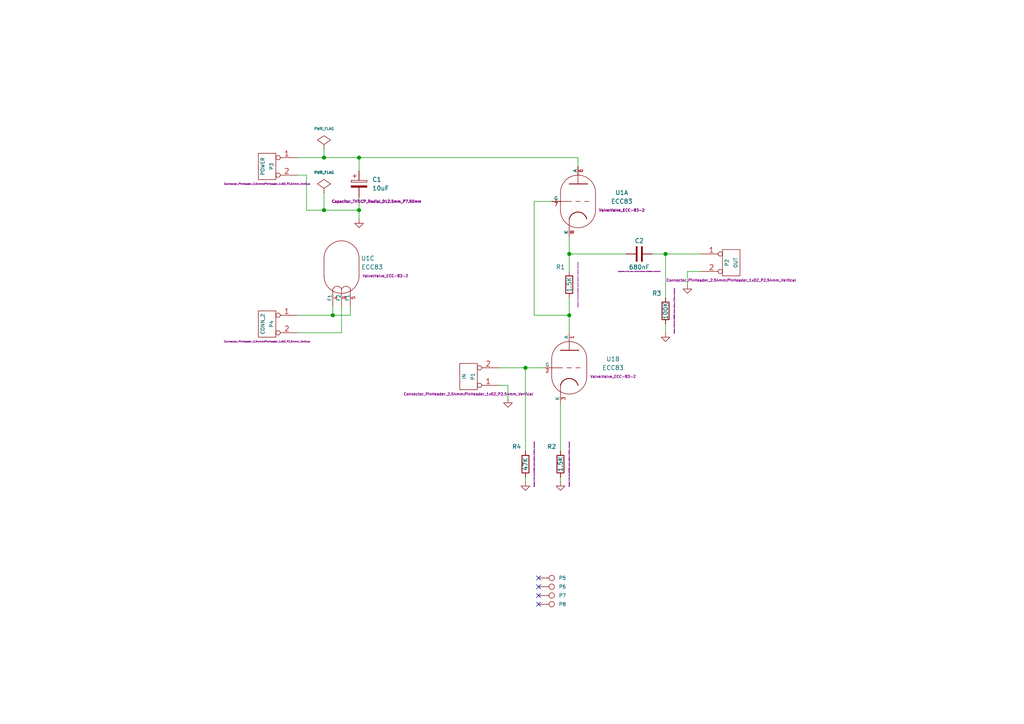
<source format=kicad_sch>
(kicad_sch (version 20211123) (generator eeschema)
  (paper "A4")
  (title_block (title "ECC Push-Pull") (date "Sat 21 Mar 2015") (rev "0.1"))
  (lib_symbols
    (symbol "ecc83_schlib:C" (pin_numbers hide) (pin_names (offset 0.254))
      (property "Reference" "C" (at 0.635 2.54 0))
      (property "Value" "C" (at 0.635 -2.54 0))
      (symbol "C_0_1"
        (polyline (pts (xy -2.032 -0.762) (xy 2.032 -0.762)) (stroke (width 0.508)))
        (polyline (pts (xy -2.032 0.762) (xy 2.032 0.762)) (stroke (width 0.508)))
      )
      (symbol "C_1_1"
        (pin passive line (at 0 3.81 270) (length 2.794) (name "~") (number "1"))
        (pin passive line (at 0 -3.81 90) (length 2.794) (name "~") (number "2"))
      )
    )
    (symbol "ecc83_schlib:CONN_1" (pin_numbers hide) (pin_names (offset 0.762) hide)
      (property "Reference" "P" (at 2.032 0 0))
      (property "Footprint" "MountingHole:MountingHole_3.2mm_M3_DIN965_Pad" (at 0 -1.27 0))
      (symbol "CONN_1_0_1"
        (polyline (pts (xy -0.762 0) (xy -1.27 0)))
        (circle (center 0 0) (radius 0.7874))
      )
      (symbol "CONN_1_1_1"
        (pin passive line (at -3.81 0 0) (length 2.54) (name "1") (number "1"))
      )
    )
    (symbol "ecc83_schlib:CONN_2" (pin_names (offset 1.016) hide)
      (property "Reference" "P" (at -1.27 0 90))
      (property "Value" "CONN_2" (at 1.27 0 90))
      (symbol "CONN_2_0_1"
        (rectangle (start -2.54 3.81) (end 2.54 -3.81))
      )
      (symbol "CONN_2_1_1"
        (pin passive inverted (at -8.89 2.54 0) (length 6.35) (name "P1") (number "1"))
        (pin passive inverted (at -8.89 -2.54 0) (length 6.35) (name "PM") (number "2"))
      )
    )
    (symbol "ecc83_schlib:CP" (pin_numbers hide) (pin_names (offset 0.254))
      (property "Reference" "C" (at 0.635 2.54 0))
      (property "Value" "CP" (at 0.635 -2.54 0))
      (symbol "CP_0_1"
        (rectangle (start -2.286 0.508) (end -2.286 1.016))
        (rectangle (start -2.286 0.508) (end 2.286 0.508))
        (polyline (pts (xy -1.778 2.286) (xy -0.762 2.286)))
        (polyline (pts (xy -1.27 2.794) (xy -1.27 1.778)))
        (rectangle (start 2.286 -0.508) (end -2.286 -1.016) (fill (type outline)))
        (rectangle (start 2.286 1.016) (end -2.286 1.016))
        (rectangle (start 2.286 1.016) (end 2.286 0.508))
      )
      (symbol "CP_1_1"
        (pin passive line (at 0 3.81 270) (length 2.794) (name "~") (number "1"))
        (pin passive line (at 0 -3.81 90) (length 2.794) (name "~") (number "2"))
      )
    )
    (symbol "ecc83_schlib:ECC83" (pin_names (offset 0))
      (property "Reference" "U" (at 3.302 7.874 0))
      (property "Value" "ECC83" (at 8.89 -7.62 0))
      (symbol "ECC83_0_1"
        (arc (start -5.08 -2.54) (mid 0 -7.62) (end 5.08 -2.54))
        (polyline (pts (xy 5.08 2.54) (xy 5.08 -2.54)))
        (polyline (pts (xy -5.08 2.54) (xy -5.08 -2.54) (xy -5.08 -2.54)))
        (arc (start 5.08 2.54) (mid 0 7.62) (end -5.08 2.54))
      )
      (symbol "ECC83_1_0"
        (polyline (pts (xy -2.54 -5.08) (xy -2.54 -7.62)))
        (polyline (pts (xy 0 5.08) (xy 0 7.62)))
      )
      (symbol "ECC83_1_1"
        (polyline (pts (xy -5.08 0) (xy -3.175 0)))
        (polyline (pts (xy -1.905 0) (xy -3.175 0)) (stroke (width 0.1524)))
        (polyline (pts (xy -0.635 0) (xy 0.635 0)) (stroke (width 0.1524)))
        (polyline (pts (xy 1.905 0) (xy 3.175 0)) (stroke (width 0.1524)))
        (polyline (pts (xy -2.54 5.08) (xy 2.794 5.08) (xy 2.794 5.08)) (stroke (width 0.254)))
        (arc (start 2.54 -5.08) (mid 0 -3.0968) (end -2.54 -5.08) (stroke (width 0.254)))
        (pin passive line (at 0 10.16 270) (length 2.54) (name "A") (number "6"))
        (pin input line (at -7.62 0 0) (length 2.54) (name "G") (number "7"))
        (pin passive line (at -2.54 -10.16 90) (length 2.54) (name "K") (number "8"))
      )
      (symbol "ECC83_2_0"
        (polyline (pts (xy -2.54 -5.08) (xy -2.54 -7.62)))
        (polyline (pts (xy 0 5.08) (xy 0 7.62)))
      )
      (symbol "ECC83_2_1"
        (polyline (pts (xy -5.08 0) (xy -3.175 0)))
        (polyline (pts (xy -1.905 0) (xy -3.175 0)) (stroke (width 0.1524)))
        (polyline (pts (xy -0.635 0) (xy 0.635 0)) (stroke (width 0.1524)))
        (polyline (pts (xy 1.905 0) (xy 3.175 0)) (stroke (width 0.1524)))
        (polyline (pts (xy -2.54 5.08) (xy 2.794 5.08) (xy 2.794 5.08)) (stroke (width 0.254)))
        (arc (start 2.54 -5.08) (mid 0 -3.0968) (end -2.54 -5.08) (stroke (width 0.254)))
        (pin passive line (at 0 10.16 270) (length 2.54) (name "A") (number "1"))
        (pin input line (at -7.62 0 0) (length 2.54) (name "G") (number "2"))
        (pin passive line (at -2.54 -10.16 90) (length 2.54) (name "K") (number "3"))
      )
      (symbol "ECC83_3_1"
        (arc (start 0 -6.35) (mid -1.27 -5.5651) (end -2.54 -6.35))
        (arc (start 2.54 -6.35) (mid 1.27 -5.5651) (end 0 -6.35))
        (pin input line (at -2.54 -11.43 90) (length 5.08) (name "F1") (number "4"))
        (pin input line (at 2.54 -11.43 90) (length 5.08) (name "F1") (number "5"))
        (pin input line (at 0 -11.43 90) (length 5.08) (name "F2") (number "9"))
      )
    )
    (symbol "ecc83_schlib:GND" (power) (pin_names (offset 0))
      (property "Value" "GND" (at 0 -3.81 0))
      (symbol "GND_0_1"
        (polyline (pts (xy 0 0) (xy 0 -1.27) (xy 1.27 -1.27) (xy 0 -2.54) (xy -1.27 -1.27) (xy 0 -1.27)))
      )
      (symbol "GND_1_1"
        (pin power_in line (at 0 0 270) (length 0) hide (name "GND") (number "1"))
      )
    )
    (symbol "ecc83_schlib:PWR_FLAG" (power) (pin_numbers hide) (pin_names (offset 0) hide)
      (property "Value" "PWR_FLAG" (at 0 4.572 0))
      (symbol "PWR_FLAG_0_0"
        (pin power_out line (at 0 0 90) (length 0) (name "pwr") (number "1"))
      )
      (symbol "PWR_FLAG_0_1"
        (polyline (pts (xy 0 0) (xy 0 1.27) (xy -1.905 2.54) (xy 0 3.81) (xy 1.905 2.54) (xy 0 1.27)))
      )
    )
    (symbol "ecc83_schlib:R" (pin_numbers hide) (pin_names (offset 0))
      (property "Reference" "R" (at 2.032 0 90))
      (property "Value" "R" (at 0 0 90))
      (symbol "R_0_1"
        (rectangle (start -1.016 -2.54) (end 1.016 2.54) (stroke (width 0.254)))
      )
      (symbol "R_1_1"
        (pin passive line (at 0 3.81 270) (length 1.27) (name "~") (number "1"))
        (pin passive line (at 0 -3.81 90) (length 1.27) (name "~") (number "2"))
      )
    )
  )
  (junction (at 96.52 91.44) (diameter 1.016))
  (junction (at 165.1 91.44) (diameter 1.016))
  (junction (at 104.14 45.72) (diameter 1.016))
  (junction (at 93.98 45.72) (diameter 1.016))
  (junction (at 152.4 106.68) (diameter 1.016))
  (junction (at 165.1 73.66) (diameter 1.016))
  (junction (at 104.14 60.96) (diameter 1.016))
  (junction (at 193.04 73.66) (diameter 1.016))
  (junction (at 93.98 60.96) (diameter 1.016))
  (no_connect (at 156.21 175.26))
  (no_connect (at 156.21 167.64))
  (no_connect (at 156.21 172.72))
  (no_connect (at 156.21 170.18))
  (wire (pts (xy 165.1 91.44) (xy 154.94 91.44)))
  (wire (pts (xy 144.78 106.68) (xy 152.4 106.68)))
  (wire (pts (xy 88.9 50.8) (xy 88.9 60.96)))
  (wire (pts (xy 147.32 111.76) (xy 144.78 111.76)))
  (wire (pts (xy 101.6 91.44) (xy 101.6 88.9)))
  (wire (pts (xy 104.14 57.15) (xy 104.14 60.96)))
  (wire (pts (xy 86.36 50.8) (xy 88.9 50.8)))
  (wire (pts (xy 165.1 73.66) (xy 181.61 73.66)))
  (wire (pts (xy 165.1 86.36) (xy 165.1 91.44)))
  (wire (pts (xy 203.2 78.74) (xy 199.39 78.74)))
  (wire (pts (xy 86.36 96.52) (xy 99.06 96.52)))
  (wire (pts (xy 96.52 91.44) (xy 101.6 91.44)))
  (wire (pts (xy 167.64 45.72) (xy 167.64 48.26)))
  (wire (pts (xy 189.23 73.66) (xy 193.04 73.66)))
  (wire (pts (xy 88.9 60.96) (xy 93.98 60.96)))
  (wire (pts (xy 162.56 138.43) (xy 162.56 139.7)))
  (wire (pts (xy 93.98 43.18) (xy 93.98 45.72)))
  (wire (pts (xy 104.14 49.53) (xy 104.14 45.72)))
  (wire (pts (xy 199.39 78.74) (xy 199.39 82.55)))
  (wire (pts (xy 193.04 93.98) (xy 193.04 96.52)))
  (wire (pts (xy 154.94 91.44) (xy 154.94 58.42)))
  (wire (pts (xy 93.98 60.96) (xy 93.98 55.88)))
  (wire (pts (xy 96.52 91.44) (xy 96.52 88.9)))
  (wire (pts (xy 147.32 115.57) (xy 147.32 111.76)))
  (wire (pts (xy 104.14 60.96) (xy 104.14 63.5)))
  (wire (pts (xy 165.1 73.66) (xy 165.1 78.74)))
  (wire (pts (xy 154.94 58.42) (xy 160.02 58.42)))
  (wire (pts (xy 152.4 130.81) (xy 152.4 106.68)))
  (wire (pts (xy 193.04 86.36) (xy 193.04 73.66)))
  (wire (pts (xy 93.98 60.96) (xy 104.14 60.96)))
  (wire (pts (xy 152.4 138.43) (xy 152.4 139.7)))
  (wire (pts (xy 86.36 91.44) (xy 96.52 91.44)))
  (wire (pts (xy 165.1 91.44) (xy 165.1 96.52)))
  (wire (pts (xy 86.36 45.72) (xy 93.98 45.72)))
  (wire (pts (xy 93.98 45.72) (xy 104.14 45.72)))
  (wire (pts (xy 162.56 116.84) (xy 162.56 130.81)))
  (wire (pts (xy 104.14 45.72) (xy 167.64 45.72)))
  (wire (pts (xy 152.4 106.68) (xy 157.48 106.68)))
  (wire (pts (xy 99.06 96.52) (xy 99.06 88.9)))
  (wire (pts (xy 193.04 73.66) (xy 203.2 73.66)))
  (wire (pts (xy 165.1 68.58) (xy 165.1 73.66)))
  (symbol (lib_id "ecc83_schlib:R") (at 165.1 82.55 180) (unit 1)
    (property "Reference" "R1" (at 162.56 77.47 0))
    (property "Value" "1.5K" (at 165.1 82.55 90))
    (property "Footprint" "Resistor_THT:R_Axial_DIN0207_L6.3mm_D2.5mm_P7.62mm_Horizontal" (at 167.64 82.55 90) (effects (font (size 0.254 0.254))))
  )
  (symbol (lib_id "ecc83_schlib:R") (at 162.56 134.62 0) (unit 1)
    (property "Reference" "R2" (at 160.02 129.54 0))
    (property "Value" "1.5K" (at 162.56 134.62 90))
    (property "Footprint" "Resistor_THT:R_Axial_DIN0207_L6.3mm_D2.5mm_P7.62mm_Horizontal" (at 165.1 134.62 90) (effects (font (size 0.254 0.254))))
  )
  (symbol (lib_id "ecc83_schlib:R") (at 152.4 134.62 0) (unit 1)
    (property "Reference" "R4" (at 149.86 129.54 0))
    (property "Value" "47K" (at 152.4 134.62 90))
    (property "Footprint" "Resistor_THT:R_Axial_DIN0207_L6.3mm_D2.5mm_P7.62mm_Horizontal" (at 154.94 134.62 90) (effects (font (size 0.254 0.254))))
  )
  (symbol (lib_id "ecc83_schlib:R") (at 193.04 90.17 0) (unit 1)
    (property "Reference" "R3" (at 190.5 85.09 0))
    (property "Value" "100K" (at 193.04 90.17 90))
    (property "Footprint" "Resistor_THT:R_Axial_DIN0207_L6.3mm_D2.5mm_P7.62mm_Horizontal" (at 195.58 90.17 90) (effects (font (size 0.254 0.254))))
  )
  (symbol (lib_id "ecc83_schlib:C") (at 185.42 73.66 270) (unit 1)
    (property "Reference" "C2" (at 185.42 69.85 90))
    (property "Value" "680nF" (at 185.42 77.47 90))
    (property "Footprint" "Capacitors_THT:C_Axial_L12.0mm_D6.5mm_P20.00mm_Horizontal" (at 185.42 78.74 90) (effects (font (size 0.254 0.254))))
  )
  (symbol (lib_id "ecc83_schlib:CONN_2") (at 135.89 109.22 180) (unit 1)
    (property "Reference" "P1" (at 137.16 109.22 90) (effects (font (size 1.016 1.016))))
    (property "Value" "IN" (at 134.62 109.22 90) (effects (font (size 1.016 1.016))))
    (property "Footprint" "Connector_PinHeader_2.54mm:PinHeader_1x02_P2.54mm_Vertical" (at 135.89 114.3 0) (effects (font (size 0.762 0.762))))
  )
  (symbol (lib_id "ecc83_schlib:CONN_2") (at 212.09 76.2 0) (unit 1)
    (property "Reference" "P2" (at 210.82 76.2 90) (effects (font (size 1.016 1.016))))
    (property "Value" "OUT" (at 213.36 76.2 90) (effects (font (size 1.016 1.016))))
    (property "Footprint" "Connector_PinHeader_2.54mm:PinHeader_1x02_P2.54mm_Vertical" (at 212.09 81.28 0) (effects (font (size 0.762 0.762))))
  )
  (symbol (lib_id "ecc83_schlib:CONN_2") (at 77.47 48.26 0) (mirror y) (unit 1)
    (property "Reference" "P3" (at 78.74 48.26 90) (effects (font (size 1.016 1.016))))
    (property "Value" "POWER" (at 76.2 48.26 90) (effects (font (size 1.016 1.016))))
    (property "Footprint" "Connector_PinHeader_2.54mm:PinHeader_1x02_P2.54mm_Vertical" (at 77.47 53.34 0) (effects (font (size 0.508 0.508))))
  )
  (symbol (lib_id "ecc83_schlib:CP") (at 104.14 53.34 0) (unit 1)
    (property "Reference" "C1" (at 107.95 52.07 0) (effects (justify left)))
    (property "Value" "10uF" (at 107.95 54.61 0) (effects (justify left)))
    (property "Footprint" "Capacitor_THT:CP_Radial_D12.5mm_P7.50mm" (at 109.22 58.42 0) (effects (font (size 0.762 0.762))))
  )
  (symbol (lib_id "ecc83_schlib:CONN_2") (at 77.47 93.98 0) (mirror y) (unit 1)
    (property "Reference" "P4" (at 78.74 93.98 90) (effects (font (size 1.016 1.016))))
    (property "Value" "CONN_2" (at 76.2 93.98 90) (effects (font (size 1.016 1.016))))
    (property "Footprint" "Connector_PinHeader_2.54mm:PinHeader_1x02_P2.54mm_Vertical" (at 77.47 99.06 0) (effects (font (size 0.508 0.508))))
  )
  (symbol (lib_id "ecc83_schlib:PWR_FLAG") (at 93.98 55.88 0) (unit 1)
    (property "Reference" "#FLG05" (effects hide))
    (property "Value" "PWR_FLAG" (at 93.98 50.038 0) (effects (font (size 0.762 0.762))))
  )
  (symbol (lib_id "ecc83_schlib:GND") (at 152.4 139.7 0) (unit 1)
    (property "Reference" "#PWR04" (effects hide))
    (property "Value" "GND" (effects hide))
  )
  (symbol (lib_id "ecc83_schlib:GND") (at 162.56 139.7 0) (unit 1)
    (property "Reference" "#PWR03" (effects hide))
    (property "Value" "GND" (effects hide))
  )
  (symbol (lib_id "ecc83_schlib:GND") (at 193.04 96.52 0) (unit 1)
    (property "Reference" "#PWR02" (effects hide))
    (property "Value" "GND" (effects hide))
  )
  (symbol (lib_id "ecc83_schlib:GND") (at 199.39 82.55 0) (unit 1)
    (property "Reference" "#PWR01" (effects hide))
    (property "Value" "GND" (effects hide))
  )
  (symbol (lib_id "ecc83_schlib:ECC83") (at 167.64 58.42 0) (unit 1)
    (property "Reference" "U1" (at 180.34 55.88 0))
    (property "Value" "ECC83" (at 180.34 58.42 0))
    (property "Footprint" "Valve:Valve_ECC-83-2" (at 180.34 60.96 0) (effects (font (size 0.762 0.762))))
  )
  (symbol (lib_id "ecc83_schlib:ECC83") (at 165.1 106.68 0) (unit 2)
    (property "Reference" "U1" (at 177.8 104.14 0))
    (property "Value" "ECC83" (at 177.8 106.68 0))
    (property "Footprint" "Valve:Valve_ECC-83-2" (at 177.8 109.22 0) (effects (font (size 0.762 0.762))))
  )
  (symbol (lib_id "ecc83_schlib:ECC83") (at 99.06 77.47 0) (unit 3)
    (property "Reference" "U1" (at 106.68 74.93 0))
    (property "Value" "ECC83" (at 107.95 77.47 0))
    (property "Footprint" "Valve:Valve_ECC-83-2" (at 111.76 80.01 0) (effects (font (size 0.762 0.762))))
  )
  (symbol (lib_id "ecc83_schlib:CONN_1") (at 160.02 167.64 0) (unit 1)
    (property "Reference" "P5" (at 162.052 167.64 0) (effects (font (size 1.016 1.016)) (justify left)))
    (property "Value" "CONN_1" (effects hide))
    (property "Footprint" "connect:1pin" (effects hide))
  )
  (symbol (lib_id "ecc83_schlib:CONN_1") (at 160.02 170.18 0) (unit 1)
    (property "Reference" "P6" (at 162.052 170.18 0) (effects (font (size 1.016 1.016)) (justify left)))
    (property "Value" "CONN_1" (effects hide))
    (property "Footprint" "connect:1pin" (effects hide))
  )
  (symbol (lib_id "ecc83_schlib:CONN_1") (at 160.02 172.72 0) (unit 1)
    (property "Reference" "P7" (at 162.052 172.72 0) (effects (font (size 1.016 1.016)) (justify left)))
    (property "Value" "CONN_1" (effects hide))
    (property "Footprint" "connect:1pin" (effects hide))
  )
  (symbol (lib_id "ecc83_schlib:CONN_1") (at 160.02 175.26 0) (unit 1)
    (property "Reference" "P8" (at 162.052 175.26 0) (effects (font (size 1.016 1.016)) (justify left)))
    (property "Value" "CONN_1" (effects hide))
    (property "Footprint" "connect:1pin" (effects hide))
  )
  (symbol (lib_id "ecc83_schlib:PWR_FLAG") (at 93.98 43.18 0) (unit 1)
    (property "Reference" "#FLG06" (effects hide))
    (property "Value" "PWR_FLAG" (at 93.98 37.338 0) (effects (font (size 0.762 0.762))))
  )
  (symbol (lib_id "ecc83_schlib:GND") (at 104.14 63.5 0) (unit 1)
    (property "Reference" "#PWR07" (effects hide))
    (property "Value" "GND" (effects hide))
  )
  (symbol (lib_id "ecc83_schlib:GND") (at 147.32 115.57 0) (unit 1)
    (property "Reference" "#PWR08" (effects hide))
    (property "Value" "GND" (effects hide))
  )
)
</source>
